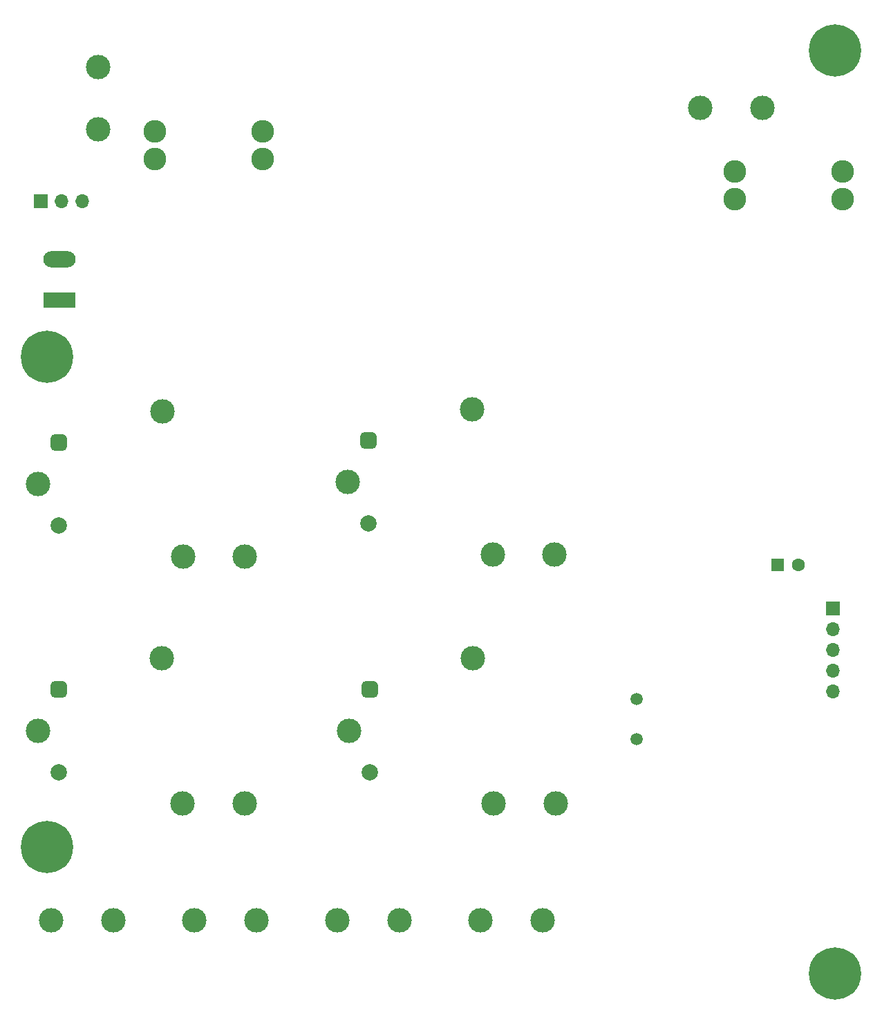
<source format=gbs>
G04 #@! TF.GenerationSoftware,KiCad,Pcbnew,8.0.7*
G04 #@! TF.CreationDate,2025-01-05T17:22:56+01:00*
G04 #@! TF.ProjectId,12VSupport,31325653-7570-4706-9f72-742e6b696361,1.1*
G04 #@! TF.SameCoordinates,Original*
G04 #@! TF.FileFunction,Soldermask,Bot*
G04 #@! TF.FilePolarity,Negative*
%FSLAX46Y46*%
G04 Gerber Fmt 4.6, Leading zero omitted, Abs format (unit mm)*
G04 Created by KiCad (PCBNEW 8.0.7) date 2025-01-05 17:22:56*
%MOMM*%
%LPD*%
G01*
G04 APERTURE LIST*
G04 Aperture macros list*
%AMRoundRect*
0 Rectangle with rounded corners*
0 $1 Rounding radius*
0 $2 $3 $4 $5 $6 $7 $8 $9 X,Y pos of 4 corners*
0 Add a 4 corners polygon primitive as box body*
4,1,4,$2,$3,$4,$5,$6,$7,$8,$9,$2,$3,0*
0 Add four circle primitives for the rounded corners*
1,1,$1+$1,$2,$3*
1,1,$1+$1,$4,$5*
1,1,$1+$1,$6,$7*
1,1,$1+$1,$8,$9*
0 Add four rect primitives between the rounded corners*
20,1,$1+$1,$2,$3,$4,$5,0*
20,1,$1+$1,$4,$5,$6,$7,0*
20,1,$1+$1,$6,$7,$8,$9,0*
20,1,$1+$1,$8,$9,$2,$3,0*%
G04 Aperture macros list end*
%ADD10C,3.000000*%
%ADD11RoundRect,0.500000X0.500000X0.500000X-0.500000X0.500000X-0.500000X-0.500000X0.500000X-0.500000X0*%
%ADD12C,2.000000*%
%ADD13C,2.780000*%
%ADD14R,1.700000X1.700000*%
%ADD15O,1.700000X1.700000*%
%ADD16C,0.800000*%
%ADD17C,6.400000*%
%ADD18C,1.500000*%
%ADD19R,1.600000X1.600000*%
%ADD20C,1.600000*%
%ADD21R,3.960000X1.980000*%
%ADD22O,3.960000X1.980000*%
G04 APERTURE END LIST*
D10*
X90170000Y-153480000D03*
X82550000Y-153480000D03*
X83945000Y-130310000D03*
X99145000Y-121410000D03*
X109285000Y-139210000D03*
X101685000Y-139210000D03*
D11*
X86485000Y-125210000D03*
D12*
X86485000Y-135410000D03*
D13*
X131185000Y-61793000D03*
X131185000Y-65193000D03*
X144393000Y-61793000D03*
X144393000Y-65193000D03*
D14*
X143256000Y-115321000D03*
D15*
X143256000Y-117861000D03*
X143256000Y-120401000D03*
X143256000Y-122941000D03*
X143256000Y-125481000D03*
D16*
X141110000Y-46990000D03*
X141812944Y-45292944D03*
X141812944Y-48687056D03*
X143510000Y-44590000D03*
D17*
X143510000Y-46990000D03*
D16*
X143510000Y-49390000D03*
X145207056Y-45292944D03*
X145207056Y-48687056D03*
X145910000Y-46990000D03*
D10*
X45845000Y-130310000D03*
X61045000Y-121410000D03*
X71185000Y-139210000D03*
X63585000Y-139210000D03*
D11*
X48385000Y-125210000D03*
D12*
X48385000Y-135410000D03*
D10*
X53276000Y-56642000D03*
X53276000Y-49022000D03*
D16*
X141110000Y-160020000D03*
X141812944Y-158322944D03*
X141812944Y-161717056D03*
X143510000Y-157620000D03*
D17*
X143510000Y-160020000D03*
D16*
X143510000Y-162420000D03*
X145207056Y-158322944D03*
X145207056Y-161717056D03*
X145910000Y-160020000D03*
X44590000Y-144526000D03*
X45292944Y-142828944D03*
X45292944Y-146223056D03*
X46990000Y-142126000D03*
D17*
X46990000Y-144526000D03*
D16*
X46990000Y-146926000D03*
X48687056Y-142828944D03*
X48687056Y-146223056D03*
X49390000Y-144526000D03*
X44590000Y-84501056D03*
X45292944Y-82804000D03*
X45292944Y-86198112D03*
X46990000Y-82101056D03*
D17*
X46990000Y-84501056D03*
D16*
X46990000Y-86901056D03*
X48687056Y-82804000D03*
X48687056Y-86198112D03*
X49390000Y-84501056D03*
D10*
X72644000Y-153480000D03*
X65024000Y-153480000D03*
D18*
X119175000Y-126455000D03*
X119175000Y-131355000D03*
D10*
X55118000Y-153480000D03*
X47498000Y-153480000D03*
X83818000Y-99830000D03*
X99018000Y-90930000D03*
X109158000Y-108730000D03*
X101558000Y-108730000D03*
D11*
X86358000Y-94730000D03*
D12*
X86358000Y-104930000D03*
D19*
X136485621Y-109982000D03*
D20*
X138985621Y-109982000D03*
D10*
X45887000Y-100086000D03*
X61087000Y-91186000D03*
X71227000Y-108986000D03*
X63627000Y-108986000D03*
D11*
X48427000Y-94986000D03*
D12*
X48427000Y-105186000D03*
D10*
X107696000Y-153480000D03*
X100076000Y-153480000D03*
X127000000Y-54038000D03*
X134620000Y-54038000D03*
D13*
X60198000Y-56896000D03*
X60198000Y-60296000D03*
X73406000Y-56896000D03*
X73406000Y-60296000D03*
D21*
X48514000Y-77597000D03*
D22*
X48514000Y-72597000D03*
D14*
X46228000Y-65471000D03*
D15*
X48768000Y-65471000D03*
X51308000Y-65471000D03*
M02*

</source>
